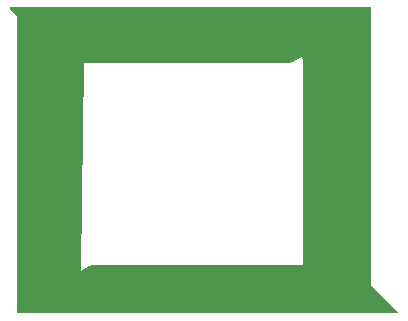
<source format=gtl>
G04 Layer_Physical_Order=1*
G04 Layer_Color=255*
%FSLAX25Y25*%
%MOIN*%
G70*
G01*
G75*
G36*
X426000Y269500D02*
X435038Y260462D01*
X434847Y260000D01*
X308000D01*
Y359000D01*
X305500Y361500D01*
X305707Y362000D01*
X426000D01*
Y269500D01*
D02*
G37*
%LPC*%
G36*
X402664Y345500D02*
X402168Y345050D01*
X401055Y344306D01*
X399818Y343794D01*
X398505Y343533D01*
X397836Y343500D01*
X330164D01*
X329181Y275146D01*
X329174Y274684D01*
X329174Y274684D01*
Y274684D01*
X329174D01*
X329164Y274000D01*
X329164Y274000D01*
X329661Y274450D01*
X329671Y274457D01*
X330774Y275194D01*
X332011Y275706D01*
X333323Y275967D01*
X333993Y276000D01*
X403164D01*
Y344293D01*
Y344461D01*
X403099Y344791D01*
X402970Y345101D01*
X402783Y345381D01*
X402664Y345500D01*
D02*
G37*
%LPD*%
M02*

</source>
